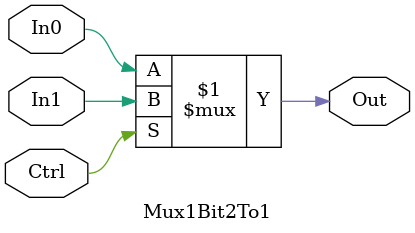
<source format=v>
`timescale 1ns / 1ps
module Mux1Bit2To1(In0, In1, Ctrl,
                                    Out);
    (*keep = "true"*)
    
    input In0;
    input In1;
    input Ctrl;
    output Out;
    
    assign Out = (Ctrl)? In1 : In0;
    
endmodule

</source>
